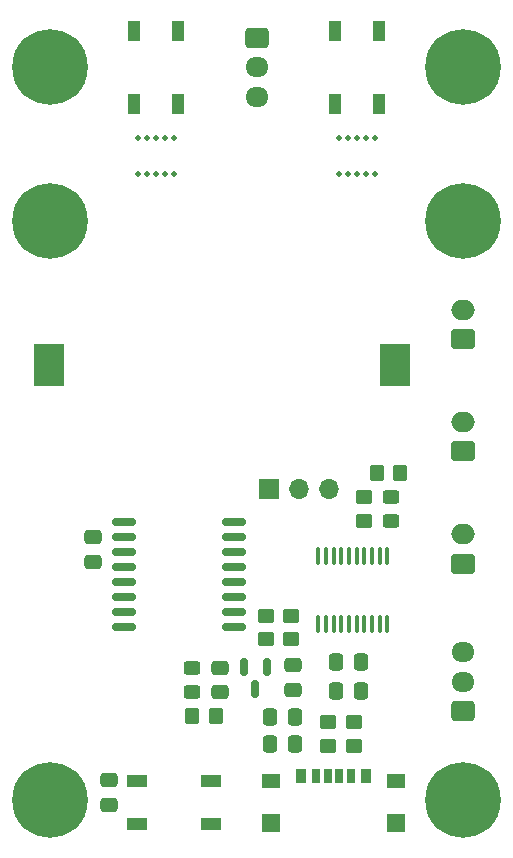
<source format=gbr>
%TF.GenerationSoftware,KiCad,Pcbnew,8.0.5*%
%TF.CreationDate,2025-01-18T16:16:31+01:00*%
%TF.ProjectId,Floppy voltmeter clock,466c6f70-7079-4207-966f-6c746d657465,1.0*%
%TF.SameCoordinates,Original*%
%TF.FileFunction,Soldermask,Top*%
%TF.FilePolarity,Negative*%
%FSLAX46Y46*%
G04 Gerber Fmt 4.6, Leading zero omitted, Abs format (unit mm)*
G04 Created by KiCad (PCBNEW 8.0.5) date 2025-01-18 16:16:31*
%MOMM*%
%LPD*%
G01*
G04 APERTURE LIST*
G04 Aperture macros list*
%AMRoundRect*
0 Rectangle with rounded corners*
0 $1 Rounding radius*
0 $2 $3 $4 $5 $6 $7 $8 $9 X,Y pos of 4 corners*
0 Add a 4 corners polygon primitive as box body*
4,1,4,$2,$3,$4,$5,$6,$7,$8,$9,$2,$3,0*
0 Add four circle primitives for the rounded corners*
1,1,$1+$1,$2,$3*
1,1,$1+$1,$4,$5*
1,1,$1+$1,$6,$7*
1,1,$1+$1,$8,$9*
0 Add four rect primitives between the rounded corners*
20,1,$1+$1,$2,$3,$4,$5,0*
20,1,$1+$1,$4,$5,$6,$7,0*
20,1,$1+$1,$6,$7,$8,$9,0*
20,1,$1+$1,$8,$9,$2,$3,0*%
G04 Aperture macros list end*
%ADD10RoundRect,0.250000X0.750000X-0.600000X0.750000X0.600000X-0.750000X0.600000X-0.750000X-0.600000X0*%
%ADD11O,2.000000X1.700000*%
%ADD12RoundRect,0.250000X0.350000X0.450000X-0.350000X0.450000X-0.350000X-0.450000X0.350000X-0.450000X0*%
%ADD13C,0.800000*%
%ADD14C,6.400000*%
%ADD15R,1.500000X1.200000*%
%ADD16R,1.500000X1.500000*%
%ADD17R,0.700000X1.200000*%
%ADD18R,0.800000X1.200000*%
%ADD19R,0.900000X1.200000*%
%ADD20RoundRect,0.250000X0.725000X-0.600000X0.725000X0.600000X-0.725000X0.600000X-0.725000X-0.600000X0*%
%ADD21O,1.950000X1.700000*%
%ADD22RoundRect,0.250000X-0.475000X0.337500X-0.475000X-0.337500X0.475000X-0.337500X0.475000X0.337500X0*%
%ADD23RoundRect,0.250000X-0.337500X-0.475000X0.337500X-0.475000X0.337500X0.475000X-0.337500X0.475000X0*%
%ADD24R,1.100000X1.800000*%
%ADD25RoundRect,0.100000X0.100000X-0.637500X0.100000X0.637500X-0.100000X0.637500X-0.100000X-0.637500X0*%
%ADD26RoundRect,0.150000X-0.150000X0.587500X-0.150000X-0.587500X0.150000X-0.587500X0.150000X0.587500X0*%
%ADD27C,0.500000*%
%ADD28RoundRect,0.250000X0.475000X-0.337500X0.475000X0.337500X-0.475000X0.337500X-0.475000X-0.337500X0*%
%ADD29RoundRect,0.250000X0.337500X0.475000X-0.337500X0.475000X-0.337500X-0.475000X0.337500X-0.475000X0*%
%ADD30RoundRect,0.150000X-0.875000X-0.150000X0.875000X-0.150000X0.875000X0.150000X-0.875000X0.150000X0*%
%ADD31RoundRect,0.250000X-0.450000X0.350000X-0.450000X-0.350000X0.450000X-0.350000X0.450000X0.350000X0*%
%ADD32R,2.600000X3.600000*%
%ADD33R,1.700000X1.700000*%
%ADD34O,1.700000X1.700000*%
%ADD35RoundRect,0.250000X0.450000X-0.350000X0.450000X0.350000X-0.450000X0.350000X-0.450000X-0.350000X0*%
%ADD36RoundRect,0.250000X0.450000X-0.325000X0.450000X0.325000X-0.450000X0.325000X-0.450000X-0.325000X0*%
%ADD37RoundRect,0.250000X-0.350000X-0.450000X0.350000X-0.450000X0.350000X0.450000X-0.350000X0.450000X0*%
%ADD38RoundRect,0.250000X-0.450000X0.325000X-0.450000X-0.325000X0.450000X-0.325000X0.450000X0.325000X0*%
%ADD39R,1.800000X1.100000*%
%ADD40RoundRect,0.250000X-0.725000X0.600000X-0.725000X-0.600000X0.725000X-0.600000X0.725000X0.600000X0*%
G04 APERTURE END LIST*
D10*
%TO.C,J5*%
X216000000Y-106500000D03*
D11*
X216000000Y-104000000D03*
%TD*%
D12*
%TO.C,R7*%
X210650000Y-108314000D03*
X208650000Y-108314000D03*
%TD*%
D13*
%TO.C,H3*%
X213600000Y-136000000D03*
X214302944Y-134302944D03*
X214302944Y-137697056D03*
X216000000Y-133600000D03*
D14*
X216000000Y-136000000D03*
D13*
X216000000Y-138400000D03*
X217697056Y-134302944D03*
X217697056Y-137697056D03*
X218400000Y-136000000D03*
%TD*%
D15*
%TO.C,J2*%
X199675000Y-134375000D03*
X210325000Y-134375000D03*
D16*
X199675000Y-137975000D03*
X210325000Y-137975000D03*
D17*
X204500000Y-134025000D03*
D18*
X206520000Y-134025000D03*
D19*
X207750000Y-134025000D03*
D17*
X205500000Y-134025000D03*
D18*
X203480000Y-134025000D03*
D19*
X202250000Y-134025000D03*
%TD*%
D20*
%TO.C,J3*%
X216000000Y-128500000D03*
D21*
X216000000Y-126000000D03*
X216000000Y-123500000D03*
%TD*%
D22*
%TO.C,C5*%
X186028000Y-134327500D03*
X186028000Y-136402500D03*
%TD*%
D23*
%TO.C,C1*%
X205229500Y-126756500D03*
X207304500Y-126756500D03*
%TD*%
D13*
%TO.C,H4*%
X178600000Y-136000000D03*
X179302944Y-134302944D03*
X179302944Y-137697056D03*
X181000000Y-133600000D03*
D14*
X181000000Y-136000000D03*
D13*
X181000000Y-138400000D03*
X182697056Y-134302944D03*
X182697056Y-137697056D03*
X183400000Y-136000000D03*
%TD*%
D24*
%TO.C,SW3*%
X205150000Y-77100000D03*
X205150000Y-70900000D03*
X208850000Y-77100000D03*
X208850000Y-70900000D03*
%TD*%
D25*
%TO.C,U1*%
X203717000Y-121089500D03*
X204367000Y-121089500D03*
X205017000Y-121089500D03*
X205667000Y-121089500D03*
X206317000Y-121089500D03*
X206967000Y-121089500D03*
X207617000Y-121089500D03*
X208267000Y-121089500D03*
X208917000Y-121089500D03*
X209567000Y-121089500D03*
X209567000Y-115364500D03*
X208917000Y-115364500D03*
X208267000Y-115364500D03*
X207617000Y-115364500D03*
X206967000Y-115364500D03*
X206317000Y-115364500D03*
X205667000Y-115364500D03*
X205017000Y-115364500D03*
X204367000Y-115364500D03*
X203717000Y-115364500D03*
%TD*%
D26*
%TO.C,U2*%
X199337000Y-124782500D03*
X197437000Y-124782500D03*
X198387000Y-126657500D03*
%TD*%
D27*
%TO.C,mouse-bite-3mm-slot*%
X205488000Y-80000000D03*
X205488000Y-83000000D03*
X206238000Y-83000000D03*
X206250000Y-80000000D03*
X207000000Y-80000000D03*
X207000000Y-83000000D03*
X207750000Y-80000000D03*
X207750000Y-83000000D03*
X208524000Y-80000000D03*
X208524000Y-83000000D03*
%TD*%
D13*
%TO.C,H2*%
X213600000Y-87000000D03*
X214302944Y-85302944D03*
X214302944Y-88697056D03*
X216000000Y-84600000D03*
D14*
X216000000Y-87000000D03*
D13*
X216000000Y-89400000D03*
X217697056Y-85302944D03*
X217697056Y-88697056D03*
X218400000Y-87000000D03*
%TD*%
D28*
%TO.C,C6*%
X201586000Y-126681500D03*
X201586000Y-124606500D03*
%TD*%
D29*
%TO.C,C3*%
X201719500Y-131301000D03*
X199644500Y-131301000D03*
%TD*%
D30*
%TO.C,U3*%
X187260000Y-112512000D03*
X187260000Y-113782000D03*
X187260000Y-115052000D03*
X187260000Y-116322000D03*
X187260000Y-117592000D03*
X187260000Y-118862000D03*
X187260000Y-120132000D03*
X187260000Y-121402000D03*
X196560000Y-121402000D03*
X196560000Y-120132000D03*
X196560000Y-118862000D03*
X196560000Y-117592000D03*
X196560000Y-116322000D03*
X196560000Y-115052000D03*
X196560000Y-113782000D03*
X196560000Y-112512000D03*
%TD*%
D31*
%TO.C,R5*%
X199276000Y-120402000D03*
X199276000Y-122402000D03*
%TD*%
D22*
%TO.C,C8*%
X184631000Y-113753500D03*
X184631000Y-115828500D03*
%TD*%
D10*
%TO.C,J6*%
X216000000Y-97000000D03*
D11*
X216000000Y-94500000D03*
%TD*%
D10*
%TO.C,J4*%
X216000000Y-116000000D03*
D11*
X216000000Y-113500000D03*
%TD*%
D22*
%TO.C,C7*%
X195363000Y-124802500D03*
X195363000Y-126877500D03*
%TD*%
D32*
%TO.C,BT1*%
X180943000Y-99177000D03*
X210243000Y-99177000D03*
%TD*%
D33*
%TO.C,J7*%
X199505000Y-109711000D03*
D34*
X202045000Y-109711000D03*
X204585000Y-109711000D03*
%TD*%
D35*
%TO.C,R2*%
X204570000Y-131412000D03*
X204570000Y-129412000D03*
%TD*%
D13*
%TO.C,H5*%
X178600000Y-74000000D03*
X179302944Y-72302944D03*
X179302944Y-75697056D03*
X181000000Y-71600000D03*
D14*
X181000000Y-74000000D03*
D13*
X181000000Y-76400000D03*
X182697056Y-72302944D03*
X182697056Y-75697056D03*
X183400000Y-74000000D03*
%TD*%
D23*
%TO.C,C2*%
X205229500Y-124364500D03*
X207304500Y-124364500D03*
%TD*%
D36*
%TO.C,D1*%
X193013000Y-126865000D03*
X193013000Y-124815000D03*
%TD*%
D37*
%TO.C,R3*%
X193029000Y-128888000D03*
X195029000Y-128888000D03*
%TD*%
D13*
%TO.C,H1*%
X178600000Y-87000000D03*
X179302944Y-85302944D03*
X179302944Y-88697056D03*
X181000000Y-84600000D03*
D14*
X181000000Y-87000000D03*
D13*
X181000000Y-89400000D03*
X182697056Y-85302944D03*
X182697056Y-88697056D03*
X183400000Y-87000000D03*
%TD*%
D35*
%TO.C,R6*%
X201435000Y-122402000D03*
X201435000Y-120402000D03*
%TD*%
D13*
%TO.C,H6*%
X213600000Y-74000000D03*
X214302944Y-72302944D03*
X214302944Y-75697056D03*
X216000000Y-71600000D03*
D14*
X216000000Y-74000000D03*
D13*
X216000000Y-76400000D03*
X217697056Y-72302944D03*
X217697056Y-75697056D03*
X218400000Y-74000000D03*
%TD*%
D27*
%TO.C,mouse-bite-3mm-slot*%
X188488000Y-80000000D03*
X188488000Y-83000000D03*
X189238000Y-83000000D03*
X189250000Y-80000000D03*
X190000000Y-80000000D03*
X190000000Y-83000000D03*
X190750000Y-80000000D03*
X190750000Y-83000000D03*
X191524000Y-80000000D03*
X191524000Y-83000000D03*
%TD*%
D31*
%TO.C,R1*%
X206729000Y-129412000D03*
X206729000Y-131412000D03*
%TD*%
D35*
%TO.C,R4*%
X207618000Y-112362000D03*
X207618000Y-110362000D03*
%TD*%
D38*
%TO.C,D2*%
X209904000Y-110337000D03*
X209904000Y-112387000D03*
%TD*%
D29*
%TO.C,C4*%
X201719500Y-129015000D03*
X199644500Y-129015000D03*
%TD*%
D24*
%TO.C,SW2*%
X191850000Y-70900000D03*
X191850000Y-77100000D03*
X188150000Y-70900000D03*
X188150000Y-77100000D03*
%TD*%
D39*
%TO.C,SW1*%
X194589000Y-138081000D03*
X188389000Y-138081000D03*
X194589000Y-134381000D03*
X188389000Y-134381000D03*
%TD*%
D40*
%TO.C,J1*%
X198525000Y-71500000D03*
D21*
X198525000Y-74000000D03*
X198525000Y-76500000D03*
%TD*%
M02*

</source>
